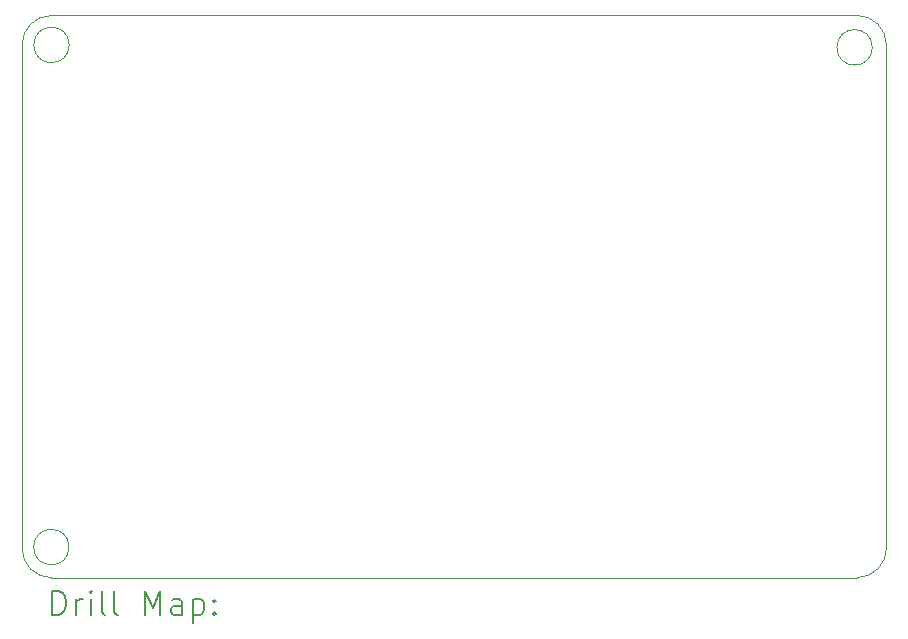
<source format=gbr>
%TF.GenerationSoftware,KiCad,Pcbnew,9.0.7*%
%TF.CreationDate,2026-02-04T13:12:11-08:00*%
%TF.ProjectId,BasicDatalogger,42617369-6344-4617-9461-6c6f67676572,rev?*%
%TF.SameCoordinates,Original*%
%TF.FileFunction,Drillmap*%
%TF.FilePolarity,Positive*%
%FSLAX45Y45*%
G04 Gerber Fmt 4.5, Leading zero omitted, Abs format (unit mm)*
G04 Created by KiCad (PCBNEW 9.0.7) date 2026-02-04 13:12:11*
%MOMM*%
%LPD*%
G01*
G04 APERTURE LIST*
%ADD10C,0.050000*%
%ADD11C,0.200000*%
G04 APERTURE END LIST*
D10*
X7340000Y-3180000D02*
G75*
G02*
X7590000Y-2930000I250000J0D01*
G01*
X14660000Y-7440000D02*
G75*
G02*
X14410000Y-7690000I-250000J0D01*
G01*
X7340000Y-7440000D02*
X7340000Y-3180000D01*
X14410000Y-7690000D02*
X7590000Y-7690000D01*
X14660000Y-3180000D02*
X14660000Y-7440000D01*
X14540000Y-3200000D02*
G75*
G02*
X14240000Y-3200000I-150000J0D01*
G01*
X14240000Y-3200000D02*
G75*
G02*
X14540000Y-3200000I150000J0D01*
G01*
X14410000Y-2930000D02*
G75*
G02*
X14660000Y-3180000I0J-250000D01*
G01*
X7590000Y-7690000D02*
G75*
G02*
X7340000Y-7440000I0J250000D01*
G01*
X7740000Y-3180000D02*
G75*
G02*
X7440000Y-3180000I-150000J0D01*
G01*
X7440000Y-3180000D02*
G75*
G02*
X7740000Y-3180000I150000J0D01*
G01*
X7738890Y-7431080D02*
G75*
G02*
X7438890Y-7431080I-150000J0D01*
G01*
X7438890Y-7431080D02*
G75*
G02*
X7738890Y-7431080I150000J0D01*
G01*
X7590000Y-2930000D02*
X14410000Y-2930000D01*
D11*
X7598277Y-8003984D02*
X7598277Y-7803984D01*
X7598277Y-7803984D02*
X7645896Y-7803984D01*
X7645896Y-7803984D02*
X7674467Y-7813508D01*
X7674467Y-7813508D02*
X7693515Y-7832555D01*
X7693515Y-7832555D02*
X7703039Y-7851603D01*
X7703039Y-7851603D02*
X7712562Y-7889698D01*
X7712562Y-7889698D02*
X7712562Y-7918269D01*
X7712562Y-7918269D02*
X7703039Y-7956365D01*
X7703039Y-7956365D02*
X7693515Y-7975412D01*
X7693515Y-7975412D02*
X7674467Y-7994460D01*
X7674467Y-7994460D02*
X7645896Y-8003984D01*
X7645896Y-8003984D02*
X7598277Y-8003984D01*
X7798277Y-8003984D02*
X7798277Y-7870650D01*
X7798277Y-7908746D02*
X7807801Y-7889698D01*
X7807801Y-7889698D02*
X7817324Y-7880174D01*
X7817324Y-7880174D02*
X7836372Y-7870650D01*
X7836372Y-7870650D02*
X7855420Y-7870650D01*
X7922086Y-8003984D02*
X7922086Y-7870650D01*
X7922086Y-7803984D02*
X7912562Y-7813508D01*
X7912562Y-7813508D02*
X7922086Y-7823031D01*
X7922086Y-7823031D02*
X7931610Y-7813508D01*
X7931610Y-7813508D02*
X7922086Y-7803984D01*
X7922086Y-7803984D02*
X7922086Y-7823031D01*
X8045896Y-8003984D02*
X8026848Y-7994460D01*
X8026848Y-7994460D02*
X8017324Y-7975412D01*
X8017324Y-7975412D02*
X8017324Y-7803984D01*
X8150658Y-8003984D02*
X8131610Y-7994460D01*
X8131610Y-7994460D02*
X8122086Y-7975412D01*
X8122086Y-7975412D02*
X8122086Y-7803984D01*
X8379229Y-8003984D02*
X8379229Y-7803984D01*
X8379229Y-7803984D02*
X8445896Y-7946841D01*
X8445896Y-7946841D02*
X8512563Y-7803984D01*
X8512563Y-7803984D02*
X8512563Y-8003984D01*
X8693515Y-8003984D02*
X8693515Y-7899222D01*
X8693515Y-7899222D02*
X8683991Y-7880174D01*
X8683991Y-7880174D02*
X8664944Y-7870650D01*
X8664944Y-7870650D02*
X8626848Y-7870650D01*
X8626848Y-7870650D02*
X8607801Y-7880174D01*
X8693515Y-7994460D02*
X8674467Y-8003984D01*
X8674467Y-8003984D02*
X8626848Y-8003984D01*
X8626848Y-8003984D02*
X8607801Y-7994460D01*
X8607801Y-7994460D02*
X8598277Y-7975412D01*
X8598277Y-7975412D02*
X8598277Y-7956365D01*
X8598277Y-7956365D02*
X8607801Y-7937317D01*
X8607801Y-7937317D02*
X8626848Y-7927793D01*
X8626848Y-7927793D02*
X8674467Y-7927793D01*
X8674467Y-7927793D02*
X8693515Y-7918269D01*
X8788753Y-7870650D02*
X8788753Y-8070650D01*
X8788753Y-7880174D02*
X8807801Y-7870650D01*
X8807801Y-7870650D02*
X8845896Y-7870650D01*
X8845896Y-7870650D02*
X8864944Y-7880174D01*
X8864944Y-7880174D02*
X8874467Y-7889698D01*
X8874467Y-7889698D02*
X8883991Y-7908746D01*
X8883991Y-7908746D02*
X8883991Y-7965888D01*
X8883991Y-7965888D02*
X8874467Y-7984936D01*
X8874467Y-7984936D02*
X8864944Y-7994460D01*
X8864944Y-7994460D02*
X8845896Y-8003984D01*
X8845896Y-8003984D02*
X8807801Y-8003984D01*
X8807801Y-8003984D02*
X8788753Y-7994460D01*
X8969705Y-7984936D02*
X8979229Y-7994460D01*
X8979229Y-7994460D02*
X8969705Y-8003984D01*
X8969705Y-8003984D02*
X8960182Y-7994460D01*
X8960182Y-7994460D02*
X8969705Y-7984936D01*
X8969705Y-7984936D02*
X8969705Y-8003984D01*
X8969705Y-7880174D02*
X8979229Y-7889698D01*
X8979229Y-7889698D02*
X8969705Y-7899222D01*
X8969705Y-7899222D02*
X8960182Y-7889698D01*
X8960182Y-7889698D02*
X8969705Y-7880174D01*
X8969705Y-7880174D02*
X8969705Y-7899222D01*
M02*

</source>
